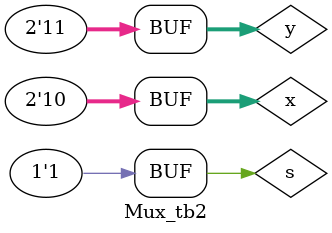
<source format=sv>
`timescale 1ns / 1ps

module Mux_tb2;
    
    reg [1:0] x, y;
    reg s;
    wire [1:0] o_gate, o_dataflow, o_behavioral;

    MuxGate mp_gate(.a(x), .b(y), .s(s), .out(o_gate));
    MuxDataflow mp_dataflow(.a(x), .b(y), .s(s), .out(o_dataflow));
    MuxBehavioral mp_behavioral(.a(x), .b(y), .s(s), .out(o_behavioral));

    initial begin
        x = 0; y = 0; s = 0;
        #10 x = 1;
        #10 y = 1;
        #10 x = 3; y = 0;
        #10 x = 2; y = 3;
        #10 s = 1;
        #10 x = 1;
        #10 y = 1;
        #10 x = 3; y = 0;
        #10 x = 2; y = 3;
        #20;
    end

endmodule

</source>
